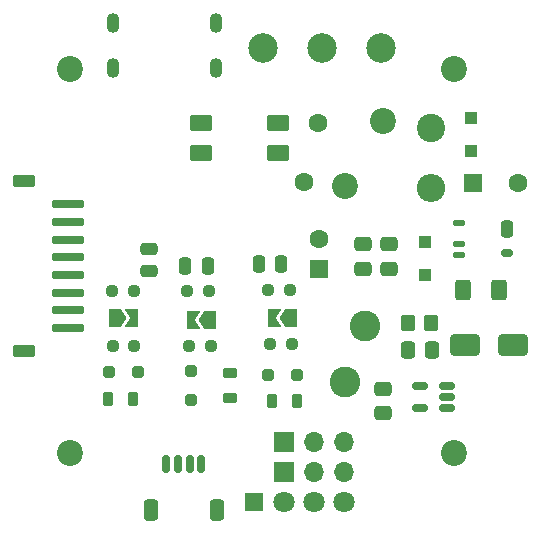
<source format=gbs>
G04 #@! TF.GenerationSoftware,KiCad,Pcbnew,8.0.8*
G04 #@! TF.CreationDate,2025-02-05T12:42:34+03:00*
G04 #@! TF.ProjectId,SMHome_2RelayBoardRound_ESP32_C3_Mini_v1,534d486f-6d65-45f3-9252-656c6179426f,12*
G04 #@! TF.SameCoordinates,Original*
G04 #@! TF.FileFunction,Soldermask,Bot*
G04 #@! TF.FilePolarity,Negative*
%FSLAX46Y46*%
G04 Gerber Fmt 4.6, Leading zero omitted, Abs format (unit mm)*
G04 Created by KiCad (PCBNEW 8.0.8) date 2025-02-05 12:42:34*
%MOMM*%
%LPD*%
G01*
G04 APERTURE LIST*
G04 Aperture macros list*
%AMRoundRect*
0 Rectangle with rounded corners*
0 $1 Rounding radius*
0 $2 $3 $4 $5 $6 $7 $8 $9 X,Y pos of 4 corners*
0 Add a 4 corners polygon primitive as box body*
4,1,4,$2,$3,$4,$5,$6,$7,$8,$9,$2,$3,0*
0 Add four circle primitives for the rounded corners*
1,1,$1+$1,$2,$3*
1,1,$1+$1,$4,$5*
1,1,$1+$1,$6,$7*
1,1,$1+$1,$8,$9*
0 Add four rect primitives between the rounded corners*
20,1,$1+$1,$2,$3,$4,$5,0*
20,1,$1+$1,$4,$5,$6,$7,0*
20,1,$1+$1,$6,$7,$8,$9,0*
20,1,$1+$1,$8,$9,$2,$3,0*%
%AMFreePoly0*
4,1,6,1.000000,0.000000,0.500000,-0.750000,-0.500000,-0.750000,-0.500000,0.750000,0.500000,0.750000,1.000000,0.000000,1.000000,0.000000,$1*%
%AMFreePoly1*
4,1,6,0.500000,-0.750000,-0.650000,-0.750000,-0.150000,0.000000,-0.650000,0.750000,0.500000,0.750000,0.500000,-0.750000,0.500000,-0.750000,$1*%
G04 Aperture macros list end*
%ADD10R,1.700000X1.700000*%
%ADD11O,1.700000X1.700000*%
%ADD12C,2.400000*%
%ADD13O,2.400000X2.400000*%
%ADD14O,1.100000X1.700000*%
%ADD15C,2.200000*%
%ADD16R,1.600000X1.600000*%
%ADD17C,1.600000*%
%ADD18C,2.600000*%
%ADD19C,2.500000*%
%ADD20R,1.650000X1.650000*%
%ADD21C,1.800000*%
%ADD22RoundRect,0.250000X0.250000X0.250000X-0.250000X0.250000X-0.250000X-0.250000X0.250000X-0.250000X0*%
%ADD23RoundRect,0.218750X-0.218750X-0.381250X0.218750X-0.381250X0.218750X0.381250X-0.218750X0.381250X0*%
%ADD24RoundRect,0.250000X-1.000000X-0.650000X1.000000X-0.650000X1.000000X0.650000X-1.000000X0.650000X0*%
%ADD25FreePoly0,0.000000*%
%ADD26FreePoly1,0.000000*%
%ADD27RoundRect,0.125000X-0.375000X-0.125000X0.375000X-0.125000X0.375000X0.125000X-0.375000X0.125000X0*%
%ADD28RoundRect,0.250000X-0.250000X0.475000X-0.250000X-0.475000X0.250000X-0.475000X0.250000X0.475000X0*%
%ADD29RoundRect,0.175000X-0.325000X-0.175000X0.325000X-0.175000X0.325000X0.175000X-0.325000X0.175000X0*%
%ADD30RoundRect,0.250000X0.250000X0.475000X-0.250000X0.475000X-0.250000X-0.475000X0.250000X-0.475000X0*%
%ADD31RoundRect,0.175000X1.175000X-0.175000X1.175000X0.175000X-1.175000X0.175000X-1.175000X-0.175000X0*%
%ADD32RoundRect,0.250000X0.700000X-0.300000X0.700000X0.300000X-0.700000X0.300000X-0.700000X-0.300000X0*%
%ADD33RoundRect,0.101600X0.850000X-0.550000X0.850000X0.550000X-0.850000X0.550000X-0.850000X-0.550000X0*%
%ADD34RoundRect,0.101600X-0.850000X0.550000X-0.850000X-0.550000X0.850000X-0.550000X0.850000X0.550000X0*%
%ADD35FreePoly0,180.000000*%
%ADD36FreePoly1,180.000000*%
%ADD37RoundRect,0.250000X0.400000X0.625000X-0.400000X0.625000X-0.400000X-0.625000X0.400000X-0.625000X0*%
%ADD38RoundRect,0.250000X-0.337500X-0.475000X0.337500X-0.475000X0.337500X0.475000X-0.337500X0.475000X0*%
%ADD39RoundRect,0.250000X0.475000X-0.337500X0.475000X0.337500X-0.475000X0.337500X-0.475000X-0.337500X0*%
%ADD40RoundRect,0.237500X0.250000X0.237500X-0.250000X0.237500X-0.250000X-0.237500X0.250000X-0.237500X0*%
%ADD41RoundRect,0.250000X-0.475000X0.337500X-0.475000X-0.337500X0.475000X-0.337500X0.475000X0.337500X0*%
%ADD42RoundRect,0.218750X-0.381250X0.218750X-0.381250X-0.218750X0.381250X-0.218750X0.381250X0.218750X0*%
%ADD43RoundRect,0.250000X-0.250000X-0.250000X0.250000X-0.250000X0.250000X0.250000X-0.250000X0.250000X0*%
%ADD44RoundRect,0.250000X-0.250000X0.250000X-0.250000X-0.250000X0.250000X-0.250000X0.250000X0.250000X0*%
%ADD45RoundRect,0.250000X-0.350000X-0.450000X0.350000X-0.450000X0.350000X0.450000X-0.350000X0.450000X0*%
%ADD46RoundRect,0.250000X0.300000X-0.300000X0.300000X0.300000X-0.300000X0.300000X-0.300000X-0.300000X0*%
%ADD47RoundRect,0.250000X-0.300000X0.300000X-0.300000X-0.300000X0.300000X-0.300000X0.300000X0.300000X0*%
%ADD48RoundRect,0.250000X-0.250000X-0.475000X0.250000X-0.475000X0.250000X0.475000X-0.250000X0.475000X0*%
%ADD49RoundRect,0.150000X0.512500X0.150000X-0.512500X0.150000X-0.512500X-0.150000X0.512500X-0.150000X0*%
%ADD50RoundRect,0.250000X-0.475000X0.250000X-0.475000X-0.250000X0.475000X-0.250000X0.475000X0.250000X0*%
%ADD51RoundRect,0.150000X0.150000X0.625000X-0.150000X0.625000X-0.150000X-0.625000X0.150000X-0.625000X0*%
%ADD52RoundRect,0.250000X0.350000X0.650000X-0.350000X0.650000X-0.350000X-0.650000X0.350000X-0.650000X0*%
G04 APERTURE END LIST*
D10*
X150138000Y-120370600D03*
D11*
X152678000Y-120370600D03*
X155217999Y-120370600D03*
D12*
X162610800Y-93827600D03*
D13*
X162610800Y-98907599D03*
D14*
X144324800Y-88674200D03*
X144324800Y-84874200D03*
X135684800Y-88674200D03*
X135684800Y-84874200D03*
D15*
X158496000Y-93192600D03*
X155295600Y-98729800D03*
X164541200Y-88773000D03*
D16*
X153111200Y-105689400D03*
D17*
X153111200Y-103189400D03*
D15*
X164490400Y-121335800D03*
D18*
X157022800Y-110566200D03*
X155312699Y-115264663D03*
D16*
X166116000Y-98475800D03*
D17*
X169916000Y-98475800D03*
D15*
X131978400Y-88773000D03*
D19*
X158314400Y-87045800D03*
X153314400Y-87045800D03*
X148314400Y-87045800D03*
D10*
X150138000Y-122910600D03*
D11*
X152678000Y-122910600D03*
X155217999Y-122910600D03*
D17*
X151815800Y-98385000D03*
X153015800Y-93385000D03*
D15*
X131978400Y-121335800D03*
D20*
X147598000Y-125450600D03*
D21*
X150138000Y-125450600D03*
X152678000Y-125450600D03*
X155218000Y-125450600D03*
D22*
X151262400Y-114681000D03*
X148762400Y-114681000D03*
D23*
X135233900Y-116713000D03*
X137358900Y-116713000D03*
D24*
X165487599Y-112141000D03*
X169487601Y-112141000D03*
D25*
X135811602Y-109905800D03*
D26*
X137261600Y-109905800D03*
D27*
X164979600Y-104507799D03*
X164979600Y-103607800D03*
X164979600Y-101807800D03*
D28*
X168979600Y-102347800D03*
D29*
X168979600Y-104407800D03*
D30*
X143647199Y-105486200D03*
X141747201Y-105486200D03*
D31*
X131818000Y-110736200D03*
X131818000Y-109236200D03*
X131818000Y-107736200D03*
X131818000Y-106236200D03*
X131818000Y-104736200D03*
X131818000Y-103236200D03*
X131818000Y-101736200D03*
X131818000Y-100236200D03*
D32*
X128118000Y-112686200D03*
X128118000Y-98286200D03*
D33*
X143104800Y-95885001D03*
X143104800Y-93344999D03*
D34*
X149604800Y-93344999D03*
X149604800Y-95885001D03*
D35*
X150686600Y-109905800D03*
D36*
X149236600Y-109905800D03*
D37*
X168351200Y-107518200D03*
X165251198Y-107518200D03*
D38*
X160608100Y-112547400D03*
X162683100Y-112547400D03*
D39*
X156819600Y-105710900D03*
X156819600Y-103635900D03*
D40*
X143914500Y-112242600D03*
X142089500Y-112242600D03*
D41*
X158546800Y-115853300D03*
X158546800Y-117928300D03*
D23*
X149102300Y-116865400D03*
X151227300Y-116865400D03*
D42*
X145567400Y-114507500D03*
X145567400Y-116632500D03*
D43*
X135300401Y-114477800D03*
X137800399Y-114477800D03*
D35*
X143828599Y-110007400D03*
D36*
X142378601Y-110007400D03*
D40*
X150620100Y-107518200D03*
X148795100Y-107518200D03*
D44*
X142214600Y-114345401D03*
X142214600Y-116845399D03*
D41*
X159054800Y-103635900D03*
X159054800Y-105710900D03*
D40*
X137462900Y-112242600D03*
X135637900Y-112242600D03*
D45*
X160594800Y-110261400D03*
X162594800Y-110261400D03*
D46*
X165963600Y-95760999D03*
X165963600Y-92961001D03*
D47*
X162052000Y-103476601D03*
X162052000Y-106276599D03*
D40*
X137412100Y-107569000D03*
X135587100Y-107569000D03*
D48*
X147995601Y-105333800D03*
X149895599Y-105333800D03*
D49*
X163900700Y-115596501D03*
X163900700Y-116546500D03*
X163900700Y-117496499D03*
X161625700Y-117496499D03*
X161625700Y-115596501D03*
D50*
X138734800Y-104028201D03*
X138734800Y-105928199D03*
D40*
X143762100Y-107619800D03*
X141937100Y-107619800D03*
D51*
X143130400Y-122231400D03*
X142130400Y-122231400D03*
X141130400Y-122231400D03*
X140130400Y-122231400D03*
D52*
X144430400Y-126106400D03*
X138830400Y-126106400D03*
D40*
X150772500Y-112039400D03*
X148947500Y-112039400D03*
M02*

</source>
